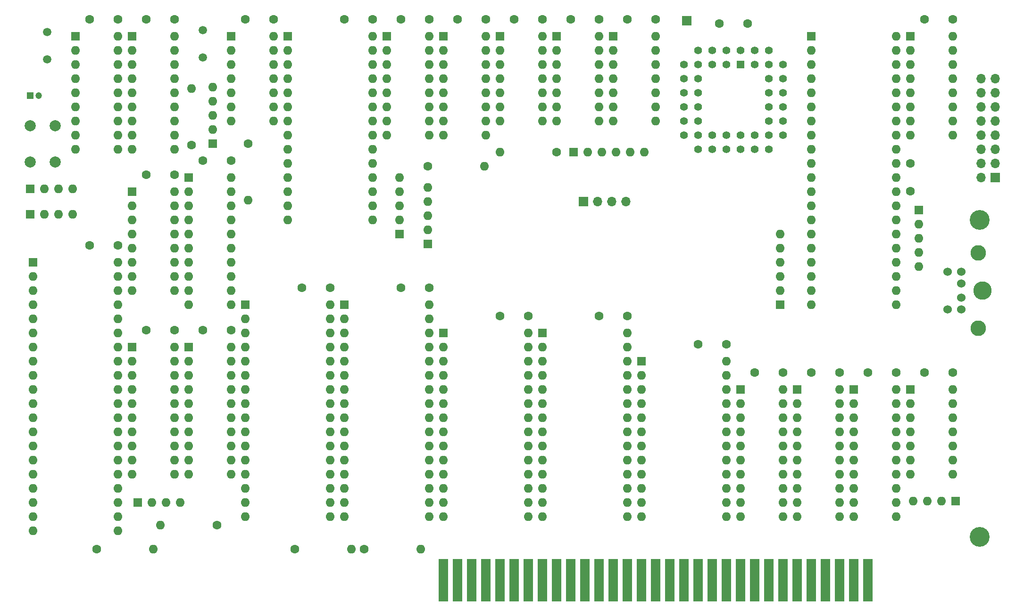
<source format=gbr>
G04 #@! TF.GenerationSoftware,KiCad,Pcbnew,(5.1.8)-1*
G04 #@! TF.CreationDate,2024-06-24T11:55:27-06:00*
G04 #@! TF.ProjectId,8088 PCB,38303838-2050-4434-922e-6b696361645f,rev?*
G04 #@! TF.SameCoordinates,Original*
G04 #@! TF.FileFunction,Soldermask,Bot*
G04 #@! TF.FilePolarity,Negative*
%FSLAX46Y46*%
G04 Gerber Fmt 4.6, Leading zero omitted, Abs format (unit mm)*
G04 Created by KiCad (PCBNEW (5.1.8)-1) date 2024-06-24 11:55:27*
%MOMM*%
%LPD*%
G01*
G04 APERTURE LIST*
%ADD10C,3.556000*%
%ADD11R,1.700000X1.700000*%
%ADD12O,1.600000X1.600000*%
%ADD13C,1.600000*%
%ADD14R,1.600000X1.600000*%
%ADD15O,1.700000X1.700000*%
%ADD16R,1.780000X7.620000*%
%ADD17C,1.500000*%
%ADD18C,1.422400*%
%ADD19R,1.422400X1.422400*%
%ADD20C,2.000000*%
%ADD21C,1.200000*%
%ADD22R,1.200000X1.200000*%
%ADD23C,2.794000*%
%ADD24C,3.302000*%
%ADD25C,1.524000*%
G04 APERTURE END LIST*
D10*
G04 #@! TO.C,R*
X230886000Y-76200000D03*
G04 #@! TD*
D11*
G04 #@! TO.C,J5*
X178308000Y-40386000D03*
G04 #@! TD*
D12*
G04 #@! TO.C,R15*
X83820000Y-131064000D03*
D13*
X93980000Y-131064000D03*
G04 #@! TD*
D12*
G04 #@! TO.C,R17*
X195072000Y-78740000D03*
X195072000Y-81280000D03*
X195072000Y-83820000D03*
X195072000Y-86360000D03*
X195072000Y-88900000D03*
D14*
X195072000Y-91440000D03*
G04 #@! TD*
D12*
G04 #@! TO.C,R12*
X170688000Y-64008000D03*
X168148000Y-64008000D03*
X165608000Y-64008000D03*
X163068000Y-64008000D03*
X160528000Y-64008000D03*
D14*
X157988000Y-64008000D03*
G04 #@! TD*
D12*
G04 #@! TO.C,R8*
X131826000Y-70358000D03*
X131826000Y-72898000D03*
X131826000Y-75438000D03*
X131826000Y-77978000D03*
D14*
X131826000Y-80518000D03*
G04 #@! TD*
D12*
G04 #@! TO.C,R10*
X126746000Y-68580000D03*
X126746000Y-71120000D03*
X126746000Y-73660000D03*
X126746000Y-76200000D03*
D14*
X126746000Y-78740000D03*
G04 #@! TD*
D15*
G04 #@! TO.C,J4*
X231140000Y-50800000D03*
X233680000Y-50800000D03*
X231140000Y-53340000D03*
X233680000Y-53340000D03*
X231140000Y-55880000D03*
X233680000Y-55880000D03*
X231140000Y-58420000D03*
X233680000Y-58420000D03*
X231140000Y-60960000D03*
X233680000Y-60960000D03*
X231140000Y-63500000D03*
X233680000Y-63500000D03*
X231140000Y-66040000D03*
X233680000Y-66040000D03*
X231140000Y-68580000D03*
D11*
X233680000Y-68580000D03*
G04 #@! TD*
D12*
G04 #@! TO.C,R16*
X219964000Y-84582000D03*
X219964000Y-82042000D03*
X219964000Y-79502000D03*
X219964000Y-76962000D03*
D14*
X219964000Y-74422000D03*
G04 #@! TD*
D12*
G04 #@! TO.C,R14*
X87376000Y-127000000D03*
X84836000Y-127000000D03*
X82296000Y-127000000D03*
D14*
X79756000Y-127000000D03*
G04 #@! TD*
D12*
G04 #@! TO.C,R2*
X68072000Y-70612000D03*
X65532000Y-70612000D03*
X62992000Y-70612000D03*
D14*
X60452000Y-70612000D03*
G04 #@! TD*
D12*
G04 #@! TO.C,R1*
X68072000Y-75184000D03*
X65532000Y-75184000D03*
X62992000Y-75184000D03*
D14*
X60452000Y-75184000D03*
G04 #@! TD*
D12*
G04 #@! TO.C,R18*
X93218000Y-52324000D03*
X93218000Y-54864000D03*
X93218000Y-57404000D03*
X93218000Y-59944000D03*
D14*
X93218000Y-62484000D03*
G04 #@! TD*
D12*
G04 #@! TO.C,R13*
X144780000Y-64008000D03*
D13*
X154940000Y-64008000D03*
G04 #@! TD*
D12*
G04 #@! TO.C,R11*
X141986000Y-66548000D03*
D13*
X131826000Y-66548000D03*
G04 #@! TD*
D12*
G04 #@! TO.C,R9*
X82550000Y-135382000D03*
D13*
X72390000Y-135382000D03*
G04 #@! TD*
D12*
G04 #@! TO.C,R7*
X218948000Y-126746000D03*
X221488000Y-126746000D03*
X224028000Y-126746000D03*
D14*
X226568000Y-126746000D03*
G04 #@! TD*
D12*
G04 #@! TO.C,R6*
X118110000Y-135382000D03*
D13*
X107950000Y-135382000D03*
G04 #@! TD*
D12*
G04 #@! TO.C,R5*
X99568000Y-72644000D03*
D13*
X99568000Y-62484000D03*
G04 #@! TD*
D12*
G04 #@! TO.C,R4*
X89408000Y-52578000D03*
D13*
X89408000Y-62738000D03*
G04 #@! TD*
D12*
G04 #@! TO.C,R3*
X130556000Y-135382000D03*
D13*
X120396000Y-135382000D03*
G04 #@! TD*
D15*
G04 #@! TO.C,J3*
X167386000Y-72898000D03*
X164846000Y-72898000D03*
X162306000Y-72898000D03*
D11*
X159766000Y-72898000D03*
G04 #@! TD*
D13*
G04 #@! TO.C,C26*
X157560000Y-40132000D03*
X162560000Y-40132000D03*
G04 #@! TD*
G04 #@! TO.C,C25*
X147400000Y-40132000D03*
X152400000Y-40132000D03*
G04 #@! TD*
G04 #@! TO.C,C24*
X200740000Y-103632000D03*
X205740000Y-103632000D03*
G04 #@! TD*
G04 #@! TO.C,C23*
X210900000Y-103632000D03*
X215900000Y-103632000D03*
G04 #@! TD*
G04 #@! TO.C,C22*
X71200000Y-40132000D03*
X76200000Y-40132000D03*
G04 #@! TD*
G04 #@! TO.C,C21*
X167720000Y-40132000D03*
X172720000Y-40132000D03*
G04 #@! TD*
G04 #@! TO.C,C20*
X221060000Y-103632000D03*
X226060000Y-103632000D03*
G04 #@! TD*
G04 #@! TO.C,C19*
X184230000Y-40894000D03*
X189230000Y-40894000D03*
G04 #@! TD*
G04 #@! TO.C,C18*
X99140000Y-40132000D03*
X104140000Y-40132000D03*
G04 #@! TD*
G04 #@! TO.C,C17*
X81360000Y-40132000D03*
X86360000Y-40132000D03*
G04 #@! TD*
G04 #@! TO.C,C16*
X137240000Y-40132000D03*
X142240000Y-40132000D03*
G04 #@! TD*
G04 #@! TO.C,C15*
X144860000Y-93472000D03*
X149860000Y-93472000D03*
G04 #@! TD*
G04 #@! TO.C,C14*
X127080000Y-88392000D03*
X132080000Y-88392000D03*
G04 #@! TD*
G04 #@! TO.C,C13*
X109300000Y-88392000D03*
X114300000Y-88392000D03*
G04 #@! TD*
G04 #@! TO.C,C12*
X127080000Y-40132000D03*
X132080000Y-40132000D03*
G04 #@! TD*
G04 #@! TO.C,C11*
X190580000Y-103632000D03*
X195580000Y-103632000D03*
G04 #@! TD*
G04 #@! TO.C,C10*
X218440000Y-71040000D03*
X218440000Y-66040000D03*
G04 #@! TD*
G04 #@! TO.C,C9*
X116920000Y-40132000D03*
X121920000Y-40132000D03*
G04 #@! TD*
G04 #@! TO.C,C8*
X81360000Y-68072000D03*
X86360000Y-68072000D03*
G04 #@! TD*
G04 #@! TO.C,C7*
X221060000Y-40132000D03*
X226060000Y-40132000D03*
G04 #@! TD*
G04 #@! TO.C,C6*
X162640000Y-93472000D03*
X167640000Y-93472000D03*
G04 #@! TD*
G04 #@! TO.C,C5*
X180420000Y-98552000D03*
X185420000Y-98552000D03*
G04 #@! TD*
G04 #@! TO.C,C4*
X81360000Y-96012000D03*
X86360000Y-96012000D03*
G04 #@! TD*
G04 #@! TO.C,C3*
X91520000Y-65532000D03*
X96520000Y-65532000D03*
G04 #@! TD*
G04 #@! TO.C,C2*
X91520000Y-96012000D03*
X96520000Y-96012000D03*
G04 #@! TD*
G04 #@! TO.C,C1*
X71200000Y-80772000D03*
X76200000Y-80772000D03*
G04 #@! TD*
D16*
G04 #@! TO.C,J1*
X134620000Y-140970000D03*
X137160000Y-140970000D03*
X139700000Y-140970000D03*
X142240000Y-140970000D03*
X144780000Y-140970000D03*
X147320000Y-140970000D03*
X149860000Y-140970000D03*
X152400000Y-140970000D03*
X154940000Y-140970000D03*
X157480000Y-140970000D03*
X160020000Y-140970000D03*
X162560000Y-140970000D03*
X165100000Y-140970000D03*
X167640000Y-140970000D03*
X170180000Y-140970000D03*
X172720000Y-140970000D03*
X175260000Y-140970000D03*
X177800000Y-140970000D03*
X180340000Y-140970000D03*
X182880000Y-140970000D03*
X185420000Y-140970000D03*
X187960000Y-140970000D03*
X190500000Y-140970000D03*
X193040000Y-140970000D03*
X195580000Y-140970000D03*
X198120000Y-140970000D03*
X200660000Y-140970000D03*
X203200000Y-140970000D03*
X205740000Y-140970000D03*
X208280000Y-140970000D03*
X210820000Y-140970000D03*
G04 #@! TD*
D17*
G04 #@! TO.C,Y2*
X63500000Y-42418000D03*
X63500000Y-47318000D03*
G04 #@! TD*
G04 #@! TO.C,Y1*
X91440000Y-42090000D03*
X91440000Y-46990000D03*
G04 #@! TD*
D12*
G04 #@! TO.C,U26*
X162560000Y-43180000D03*
X154940000Y-58420000D03*
X162560000Y-45720000D03*
X154940000Y-55880000D03*
X162560000Y-48260000D03*
X154940000Y-53340000D03*
X162560000Y-50800000D03*
X154940000Y-50800000D03*
X162560000Y-53340000D03*
X154940000Y-48260000D03*
X162560000Y-55880000D03*
X154940000Y-45720000D03*
X162560000Y-58420000D03*
D14*
X154940000Y-43180000D03*
G04 #@! TD*
D12*
G04 #@! TO.C,U25*
X152400000Y-43180000D03*
X144780000Y-58420000D03*
X152400000Y-45720000D03*
X144780000Y-55880000D03*
X152400000Y-48260000D03*
X144780000Y-53340000D03*
X152400000Y-50800000D03*
X144780000Y-50800000D03*
X152400000Y-53340000D03*
X144780000Y-48260000D03*
X152400000Y-55880000D03*
X144780000Y-45720000D03*
X152400000Y-58420000D03*
D14*
X144780000Y-43180000D03*
G04 #@! TD*
D12*
G04 #@! TO.C,U24*
X205740000Y-106680000D03*
X198120000Y-129540000D03*
X205740000Y-109220000D03*
X198120000Y-127000000D03*
X205740000Y-111760000D03*
X198120000Y-124460000D03*
X205740000Y-114300000D03*
X198120000Y-121920000D03*
X205740000Y-116840000D03*
X198120000Y-119380000D03*
X205740000Y-119380000D03*
X198120000Y-116840000D03*
X205740000Y-121920000D03*
X198120000Y-114300000D03*
X205740000Y-124460000D03*
X198120000Y-111760000D03*
X205740000Y-127000000D03*
X198120000Y-109220000D03*
X205740000Y-129540000D03*
D14*
X198120000Y-106680000D03*
G04 #@! TD*
D12*
G04 #@! TO.C,U23*
X215900000Y-106680000D03*
X208280000Y-129540000D03*
X215900000Y-109220000D03*
X208280000Y-127000000D03*
X215900000Y-111760000D03*
X208280000Y-124460000D03*
X215900000Y-114300000D03*
X208280000Y-121920000D03*
X215900000Y-116840000D03*
X208280000Y-119380000D03*
X215900000Y-119380000D03*
X208280000Y-116840000D03*
X215900000Y-121920000D03*
X208280000Y-114300000D03*
X215900000Y-124460000D03*
X208280000Y-111760000D03*
X215900000Y-127000000D03*
X208280000Y-109220000D03*
X215900000Y-129540000D03*
D14*
X208280000Y-106680000D03*
G04 #@! TD*
D12*
G04 #@! TO.C,U22*
X76200000Y-43180000D03*
X68580000Y-63500000D03*
X76200000Y-45720000D03*
X68580000Y-60960000D03*
X76200000Y-48260000D03*
X68580000Y-58420000D03*
X76200000Y-50800000D03*
X68580000Y-55880000D03*
X76200000Y-53340000D03*
X68580000Y-53340000D03*
X76200000Y-55880000D03*
X68580000Y-50800000D03*
X76200000Y-58420000D03*
X68580000Y-48260000D03*
X76200000Y-60960000D03*
X68580000Y-45720000D03*
X76200000Y-63500000D03*
D14*
X68580000Y-43180000D03*
G04 #@! TD*
D12*
G04 #@! TO.C,U21*
X172720000Y-43180000D03*
X165100000Y-58420000D03*
X172720000Y-45720000D03*
X165100000Y-55880000D03*
X172720000Y-48260000D03*
X165100000Y-53340000D03*
X172720000Y-50800000D03*
X165100000Y-50800000D03*
X172720000Y-53340000D03*
X165100000Y-48260000D03*
X172720000Y-55880000D03*
X165100000Y-45720000D03*
X172720000Y-58420000D03*
D14*
X165100000Y-43180000D03*
G04 #@! TD*
D12*
G04 #@! TO.C,U20*
X226060000Y-106680000D03*
X218440000Y-121920000D03*
X226060000Y-109220000D03*
X218440000Y-119380000D03*
X226060000Y-111760000D03*
X218440000Y-116840000D03*
X226060000Y-114300000D03*
X218440000Y-114300000D03*
X226060000Y-116840000D03*
X218440000Y-111760000D03*
X226060000Y-119380000D03*
X218440000Y-109220000D03*
X226060000Y-121920000D03*
D14*
X218440000Y-106680000D03*
G04 #@! TD*
D18*
G04 #@! TO.C,U19*
X195580000Y-48260000D03*
X195580000Y-50800000D03*
X195580000Y-53340000D03*
X195580000Y-55880000D03*
X195580000Y-58420000D03*
X193040000Y-45720000D03*
X193040000Y-50800000D03*
X193040000Y-53340000D03*
X193040000Y-55880000D03*
X193040000Y-58420000D03*
X193040000Y-60960000D03*
X193040000Y-63500000D03*
X190500000Y-63500000D03*
X187960000Y-63500000D03*
X185420000Y-63500000D03*
X182880000Y-63500000D03*
X180340000Y-63500000D03*
X195580000Y-60960000D03*
X190500000Y-60960000D03*
X187960000Y-60960000D03*
X185420000Y-60960000D03*
X182880000Y-60960000D03*
X180340000Y-60960000D03*
X177800000Y-60960000D03*
X177800000Y-58420000D03*
X177800000Y-55880000D03*
X177800000Y-53340000D03*
X177800000Y-50800000D03*
X177800000Y-48260000D03*
X180340000Y-58420000D03*
X180340000Y-55880000D03*
X180340000Y-53340000D03*
X180340000Y-50800000D03*
X180340000Y-48260000D03*
X190500000Y-45720000D03*
X187960000Y-45720000D03*
X180340000Y-45720000D03*
X182880000Y-45720000D03*
X185420000Y-45720000D03*
X193040000Y-48260000D03*
X190500000Y-48260000D03*
X182880000Y-48260000D03*
X185420000Y-48260000D03*
D19*
X187960000Y-48260000D03*
G04 #@! TD*
D12*
G04 #@! TO.C,U18*
X104140000Y-43180000D03*
X96520000Y-58420000D03*
X104140000Y-45720000D03*
X96520000Y-55880000D03*
X104140000Y-48260000D03*
X96520000Y-53340000D03*
X104140000Y-50800000D03*
X96520000Y-50800000D03*
X104140000Y-53340000D03*
X96520000Y-48260000D03*
X104140000Y-55880000D03*
X96520000Y-45720000D03*
X104140000Y-58420000D03*
D14*
X96520000Y-43180000D03*
G04 #@! TD*
D12*
G04 #@! TO.C,U17*
X86360000Y-43180000D03*
X78740000Y-63500000D03*
X86360000Y-45720000D03*
X78740000Y-60960000D03*
X86360000Y-48260000D03*
X78740000Y-58420000D03*
X86360000Y-50800000D03*
X78740000Y-55880000D03*
X86360000Y-53340000D03*
X78740000Y-53340000D03*
X86360000Y-55880000D03*
X78740000Y-50800000D03*
X86360000Y-58420000D03*
X78740000Y-48260000D03*
X86360000Y-60960000D03*
X78740000Y-45720000D03*
X86360000Y-63500000D03*
D14*
X78740000Y-43180000D03*
G04 #@! TD*
D12*
G04 #@! TO.C,U16*
X142240000Y-43180000D03*
X134620000Y-60960000D03*
X142240000Y-45720000D03*
X134620000Y-58420000D03*
X142240000Y-48260000D03*
X134620000Y-55880000D03*
X142240000Y-50800000D03*
X134620000Y-53340000D03*
X142240000Y-53340000D03*
X134620000Y-50800000D03*
X142240000Y-55880000D03*
X134620000Y-48260000D03*
X142240000Y-58420000D03*
X134620000Y-45720000D03*
X142240000Y-60960000D03*
D14*
X134620000Y-43180000D03*
G04 #@! TD*
D12*
G04 #@! TO.C,U15*
X149860000Y-96520000D03*
X134620000Y-129540000D03*
X149860000Y-99060000D03*
X134620000Y-127000000D03*
X149860000Y-101600000D03*
X134620000Y-124460000D03*
X149860000Y-104140000D03*
X134620000Y-121920000D03*
X149860000Y-106680000D03*
X134620000Y-119380000D03*
X149860000Y-109220000D03*
X134620000Y-116840000D03*
X149860000Y-111760000D03*
X134620000Y-114300000D03*
X149860000Y-114300000D03*
X134620000Y-111760000D03*
X149860000Y-116840000D03*
X134620000Y-109220000D03*
X149860000Y-119380000D03*
X134620000Y-106680000D03*
X149860000Y-121920000D03*
X134620000Y-104140000D03*
X149860000Y-124460000D03*
X134620000Y-101600000D03*
X149860000Y-127000000D03*
X134620000Y-99060000D03*
X149860000Y-129540000D03*
D14*
X134620000Y-96520000D03*
G04 #@! TD*
D12*
G04 #@! TO.C,U14*
X132080000Y-91440000D03*
X116840000Y-129540000D03*
X132080000Y-93980000D03*
X116840000Y-127000000D03*
X132080000Y-96520000D03*
X116840000Y-124460000D03*
X132080000Y-99060000D03*
X116840000Y-121920000D03*
X132080000Y-101600000D03*
X116840000Y-119380000D03*
X132080000Y-104140000D03*
X116840000Y-116840000D03*
X132080000Y-106680000D03*
X116840000Y-114300000D03*
X132080000Y-109220000D03*
X116840000Y-111760000D03*
X132080000Y-111760000D03*
X116840000Y-109220000D03*
X132080000Y-114300000D03*
X116840000Y-106680000D03*
X132080000Y-116840000D03*
X116840000Y-104140000D03*
X132080000Y-119380000D03*
X116840000Y-101600000D03*
X132080000Y-121920000D03*
X116840000Y-99060000D03*
X132080000Y-124460000D03*
X116840000Y-96520000D03*
X132080000Y-127000000D03*
X116840000Y-93980000D03*
X132080000Y-129540000D03*
D14*
X116840000Y-91440000D03*
G04 #@! TD*
D12*
G04 #@! TO.C,U13*
X114300000Y-91440000D03*
X99060000Y-129540000D03*
X114300000Y-93980000D03*
X99060000Y-127000000D03*
X114300000Y-96520000D03*
X99060000Y-124460000D03*
X114300000Y-99060000D03*
X99060000Y-121920000D03*
X114300000Y-101600000D03*
X99060000Y-119380000D03*
X114300000Y-104140000D03*
X99060000Y-116840000D03*
X114300000Y-106680000D03*
X99060000Y-114300000D03*
X114300000Y-109220000D03*
X99060000Y-111760000D03*
X114300000Y-111760000D03*
X99060000Y-109220000D03*
X114300000Y-114300000D03*
X99060000Y-106680000D03*
X114300000Y-116840000D03*
X99060000Y-104140000D03*
X114300000Y-119380000D03*
X99060000Y-101600000D03*
X114300000Y-121920000D03*
X99060000Y-99060000D03*
X114300000Y-124460000D03*
X99060000Y-96520000D03*
X114300000Y-127000000D03*
X99060000Y-93980000D03*
X114300000Y-129540000D03*
D14*
X99060000Y-91440000D03*
G04 #@! TD*
D12*
G04 #@! TO.C,U12*
X132080000Y-43180000D03*
X124460000Y-60960000D03*
X132080000Y-45720000D03*
X124460000Y-58420000D03*
X132080000Y-48260000D03*
X124460000Y-55880000D03*
X132080000Y-50800000D03*
X124460000Y-53340000D03*
X132080000Y-53340000D03*
X124460000Y-50800000D03*
X132080000Y-55880000D03*
X124460000Y-48260000D03*
X132080000Y-58420000D03*
X124460000Y-45720000D03*
X132080000Y-60960000D03*
D14*
X124460000Y-43180000D03*
G04 #@! TD*
D12*
G04 #@! TO.C,U11*
X195580000Y-106680000D03*
X187960000Y-129540000D03*
X195580000Y-109220000D03*
X187960000Y-127000000D03*
X195580000Y-111760000D03*
X187960000Y-124460000D03*
X195580000Y-114300000D03*
X187960000Y-121920000D03*
X195580000Y-116840000D03*
X187960000Y-119380000D03*
X195580000Y-119380000D03*
X187960000Y-116840000D03*
X195580000Y-121920000D03*
X187960000Y-114300000D03*
X195580000Y-124460000D03*
X187960000Y-111760000D03*
X195580000Y-127000000D03*
X187960000Y-109220000D03*
X195580000Y-129540000D03*
D14*
X187960000Y-106680000D03*
G04 #@! TD*
D12*
G04 #@! TO.C,U10*
X215900000Y-43180000D03*
X200660000Y-91440000D03*
X215900000Y-45720000D03*
X200660000Y-88900000D03*
X215900000Y-48260000D03*
X200660000Y-86360000D03*
X215900000Y-50800000D03*
X200660000Y-83820000D03*
X215900000Y-53340000D03*
X200660000Y-81280000D03*
X215900000Y-55880000D03*
X200660000Y-78740000D03*
X215900000Y-58420000D03*
X200660000Y-76200000D03*
X215900000Y-60960000D03*
X200660000Y-73660000D03*
X215900000Y-63500000D03*
X200660000Y-71120000D03*
X215900000Y-66040000D03*
X200660000Y-68580000D03*
X215900000Y-68580000D03*
X200660000Y-66040000D03*
X215900000Y-71120000D03*
X200660000Y-63500000D03*
X215900000Y-73660000D03*
X200660000Y-60960000D03*
X215900000Y-76200000D03*
X200660000Y-58420000D03*
X215900000Y-78740000D03*
X200660000Y-55880000D03*
X215900000Y-81280000D03*
X200660000Y-53340000D03*
X215900000Y-83820000D03*
X200660000Y-50800000D03*
X215900000Y-86360000D03*
X200660000Y-48260000D03*
X215900000Y-88900000D03*
X200660000Y-45720000D03*
X215900000Y-91440000D03*
D14*
X200660000Y-43180000D03*
G04 #@! TD*
D12*
G04 #@! TO.C,U9*
X121920000Y-43180000D03*
X106680000Y-76200000D03*
X121920000Y-45720000D03*
X106680000Y-73660000D03*
X121920000Y-48260000D03*
X106680000Y-71120000D03*
X121920000Y-50800000D03*
X106680000Y-68580000D03*
X121920000Y-53340000D03*
X106680000Y-66040000D03*
X121920000Y-55880000D03*
X106680000Y-63500000D03*
X121920000Y-58420000D03*
X106680000Y-60960000D03*
X121920000Y-60960000D03*
X106680000Y-58420000D03*
X121920000Y-63500000D03*
X106680000Y-55880000D03*
X121920000Y-66040000D03*
X106680000Y-53340000D03*
X121920000Y-68580000D03*
X106680000Y-50800000D03*
X121920000Y-71120000D03*
X106680000Y-48260000D03*
X121920000Y-73660000D03*
X106680000Y-45720000D03*
X121920000Y-76200000D03*
D14*
X106680000Y-43180000D03*
G04 #@! TD*
D12*
G04 #@! TO.C,U8*
X86360000Y-71120000D03*
X78740000Y-88900000D03*
X86360000Y-73660000D03*
X78740000Y-86360000D03*
X86360000Y-76200000D03*
X78740000Y-83820000D03*
X86360000Y-78740000D03*
X78740000Y-81280000D03*
X86360000Y-81280000D03*
X78740000Y-78740000D03*
X86360000Y-83820000D03*
X78740000Y-76200000D03*
X86360000Y-86360000D03*
X78740000Y-73660000D03*
X86360000Y-88900000D03*
D14*
X78740000Y-71120000D03*
G04 #@! TD*
D12*
G04 #@! TO.C,U7*
X226060000Y-43180000D03*
X218440000Y-60960000D03*
X226060000Y-45720000D03*
X218440000Y-58420000D03*
X226060000Y-48260000D03*
X218440000Y-55880000D03*
X226060000Y-50800000D03*
X218440000Y-53340000D03*
X226060000Y-53340000D03*
X218440000Y-50800000D03*
X226060000Y-55880000D03*
X218440000Y-48260000D03*
X226060000Y-58420000D03*
X218440000Y-45720000D03*
X226060000Y-60960000D03*
D14*
X218440000Y-43180000D03*
G04 #@! TD*
D12*
G04 #@! TO.C,U6*
X167640000Y-96520000D03*
X152400000Y-129540000D03*
X167640000Y-99060000D03*
X152400000Y-127000000D03*
X167640000Y-101600000D03*
X152400000Y-124460000D03*
X167640000Y-104140000D03*
X152400000Y-121920000D03*
X167640000Y-106680000D03*
X152400000Y-119380000D03*
X167640000Y-109220000D03*
X152400000Y-116840000D03*
X167640000Y-111760000D03*
X152400000Y-114300000D03*
X167640000Y-114300000D03*
X152400000Y-111760000D03*
X167640000Y-116840000D03*
X152400000Y-109220000D03*
X167640000Y-119380000D03*
X152400000Y-106680000D03*
X167640000Y-121920000D03*
X152400000Y-104140000D03*
X167640000Y-124460000D03*
X152400000Y-101600000D03*
X167640000Y-127000000D03*
X152400000Y-99060000D03*
X167640000Y-129540000D03*
D14*
X152400000Y-96520000D03*
G04 #@! TD*
D12*
G04 #@! TO.C,U5*
X185420000Y-101600000D03*
X170180000Y-129540000D03*
X185420000Y-104140000D03*
X170180000Y-127000000D03*
X185420000Y-106680000D03*
X170180000Y-124460000D03*
X185420000Y-109220000D03*
X170180000Y-121920000D03*
X185420000Y-111760000D03*
X170180000Y-119380000D03*
X185420000Y-114300000D03*
X170180000Y-116840000D03*
X185420000Y-116840000D03*
X170180000Y-114300000D03*
X185420000Y-119380000D03*
X170180000Y-111760000D03*
X185420000Y-121920000D03*
X170180000Y-109220000D03*
X185420000Y-124460000D03*
X170180000Y-106680000D03*
X185420000Y-127000000D03*
X170180000Y-104140000D03*
X185420000Y-129540000D03*
D14*
X170180000Y-101600000D03*
G04 #@! TD*
D12*
G04 #@! TO.C,U4*
X86360000Y-99060000D03*
X78740000Y-121920000D03*
X86360000Y-101600000D03*
X78740000Y-119380000D03*
X86360000Y-104140000D03*
X78740000Y-116840000D03*
X86360000Y-106680000D03*
X78740000Y-114300000D03*
X86360000Y-109220000D03*
X78740000Y-111760000D03*
X86360000Y-111760000D03*
X78740000Y-109220000D03*
X86360000Y-114300000D03*
X78740000Y-106680000D03*
X86360000Y-116840000D03*
X78740000Y-104140000D03*
X86360000Y-119380000D03*
X78740000Y-101600000D03*
X86360000Y-121920000D03*
D14*
X78740000Y-99060000D03*
G04 #@! TD*
D12*
G04 #@! TO.C,U3*
X96520000Y-68580000D03*
X88900000Y-91440000D03*
X96520000Y-71120000D03*
X88900000Y-88900000D03*
X96520000Y-73660000D03*
X88900000Y-86360000D03*
X96520000Y-76200000D03*
X88900000Y-83820000D03*
X96520000Y-78740000D03*
X88900000Y-81280000D03*
X96520000Y-81280000D03*
X88900000Y-78740000D03*
X96520000Y-83820000D03*
X88900000Y-76200000D03*
X96520000Y-86360000D03*
X88900000Y-73660000D03*
X96520000Y-88900000D03*
X88900000Y-71120000D03*
X96520000Y-91440000D03*
D14*
X88900000Y-68580000D03*
G04 #@! TD*
D12*
G04 #@! TO.C,U2*
X96520000Y-99060000D03*
X88900000Y-121920000D03*
X96520000Y-101600000D03*
X88900000Y-119380000D03*
X96520000Y-104140000D03*
X88900000Y-116840000D03*
X96520000Y-106680000D03*
X88900000Y-114300000D03*
X96520000Y-109220000D03*
X88900000Y-111760000D03*
X96520000Y-111760000D03*
X88900000Y-109220000D03*
X96520000Y-114300000D03*
X88900000Y-106680000D03*
X96520000Y-116840000D03*
X88900000Y-104140000D03*
X96520000Y-119380000D03*
X88900000Y-101600000D03*
X96520000Y-121920000D03*
D14*
X88900000Y-99060000D03*
G04 #@! TD*
D12*
G04 #@! TO.C,U1*
X76200000Y-83820000D03*
X60960000Y-132080000D03*
X76200000Y-86360000D03*
X60960000Y-129540000D03*
X76200000Y-88900000D03*
X60960000Y-127000000D03*
X76200000Y-91440000D03*
X60960000Y-124460000D03*
X76200000Y-93980000D03*
X60960000Y-121920000D03*
X76200000Y-96520000D03*
X60960000Y-119380000D03*
X76200000Y-99060000D03*
X60960000Y-116840000D03*
X76200000Y-101600000D03*
X60960000Y-114300000D03*
X76200000Y-104140000D03*
X60960000Y-111760000D03*
X76200000Y-106680000D03*
X60960000Y-109220000D03*
X76200000Y-109220000D03*
X60960000Y-106680000D03*
X76200000Y-111760000D03*
X60960000Y-104140000D03*
X76200000Y-114300000D03*
X60960000Y-101600000D03*
X76200000Y-116840000D03*
X60960000Y-99060000D03*
X76200000Y-119380000D03*
X60960000Y-96520000D03*
X76200000Y-121920000D03*
X60960000Y-93980000D03*
X76200000Y-124460000D03*
X60960000Y-91440000D03*
X76200000Y-127000000D03*
X60960000Y-88900000D03*
X76200000Y-129540000D03*
X60960000Y-86360000D03*
X76200000Y-132080000D03*
D14*
X60960000Y-83820000D03*
G04 #@! TD*
D20*
G04 #@! TO.C,SW1*
X64952000Y-65786000D03*
X60452000Y-65786000D03*
X64952000Y-59286000D03*
X60452000Y-59286000D03*
G04 #@! TD*
D21*
G04 #@! TO.C,C123*
X61976000Y-53848000D03*
D22*
X60476000Y-53848000D03*
G04 #@! TD*
D23*
G04 #@! TO.C,J2*
X230632000Y-82143600D03*
X230632000Y-95656400D03*
D24*
X231444800Y-88900000D03*
D25*
X225145600Y-92303600D03*
X225145600Y-85496400D03*
X227634800Y-90195400D03*
X227634800Y-87604600D03*
X227634800Y-92303600D03*
X227634800Y-85496400D03*
G04 #@! TD*
D10*
G04 #@! TO.C,R*
X230886000Y-133223000D03*
G04 #@! TD*
M02*

</source>
